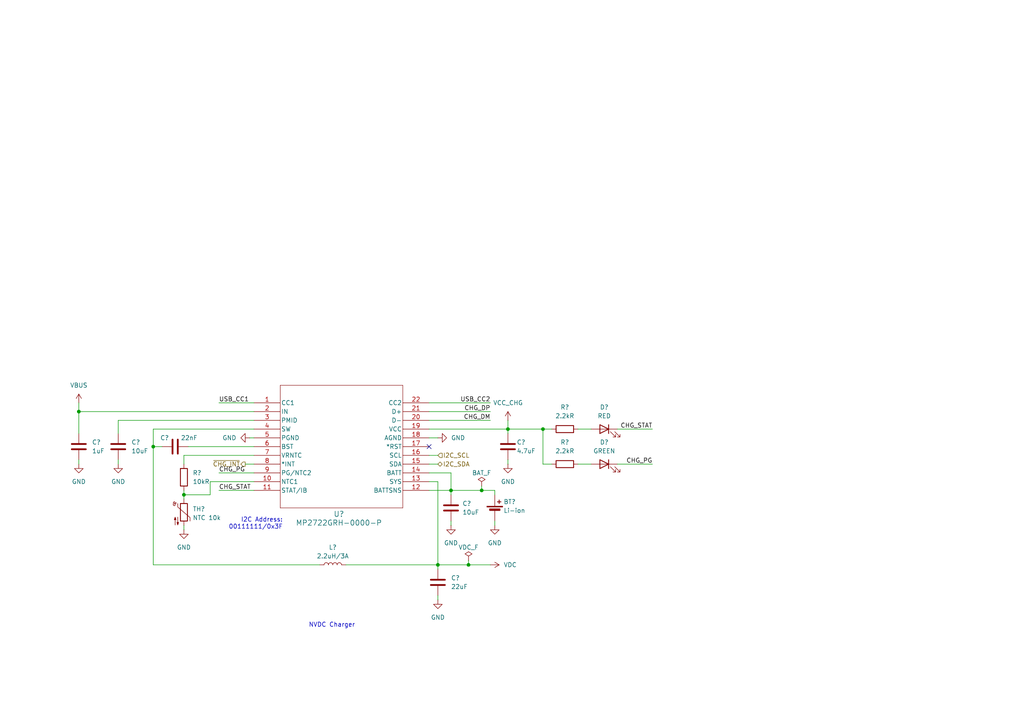
<source format=kicad_sch>
(kicad_sch (version 20250114) (generator "eeschema") (generator_version "9.0")
  (paper "A4")
  (lib_symbols
    (symbol "Device:Battery_Cell" (pin_numbers (hide yes)) (pin_names (offset 0) (hide yes))
      (property "Reference" "BT" (at 2.54 2.54 0))
      (property "Value" "Battery_Cell" (at 2.54 0 0))
      (symbol "Battery_Cell_0_1"
        (rectangle (start -2.286 1.778) (end 2.286 1.524) (fill (type outline)))
        (rectangle (start -1.524 1.016) (end 1.524 0.508) (fill (type outline)))
        (polyline (pts (xy 0 1.778) (xy 0 2.54)))
        (polyline (pts (xy 0 0.762) (xy 0 0)))
        (polyline (pts (xy 0.762 3.048) (xy 1.778 3.048)) (stroke (width 0.254)))
        (polyline (pts (xy 1.27 3.556) (xy 1.27 2.54)) (stroke (width 0.254)))
      )
      (symbol "Battery_Cell_1_1"
        (pin passive line (at 0 5.08 270) (length 2.54) (name "+") (number "1"))
        (pin passive line (at 0 -2.54 90) (length 2.54) (name "-") (number "2"))
      )
    )
    (symbol "Device:C" (pin_numbers (hide yes)) (pin_names (offset 0.254))
      (property "Reference" "C" (at 0.635 2.54 0))
      (property "Value" "C" (at 0.635 -2.54 0))
      (symbol "C_0_1"
        (polyline (pts (xy -2.032 0.762) (xy 2.032 0.762)) (stroke (width 0.508)))
        (polyline (pts (xy -2.032 -0.762) (xy 2.032 -0.762)) (stroke (width 0.508)))
      )
      (symbol "C_1_1"
        (pin passive line (at 0 3.81 270) (length 2.794) (name "~") (number "1"))
        (pin passive line (at 0 -3.81 90) (length 2.794) (name "~") (number "2"))
      )
    )
    (symbol "Device:L" (pin_numbers (hide yes)) (pin_names (offset 1.016) (hide yes))
      (property "Reference" "L" (at -1.27 0 90))
      (property "Value" "L" (at 1.905 0 90))
      (symbol "L_0_1"
        (arc (start 0 2.54) (mid 0.6323 1.905) (end 0 1.27))
        (arc (start 0 1.27) (mid 0.6323 0.635) (end 0 0))
        (arc (start 0 0) (mid 0.6323 -0.635) (end 0 -1.27))
        (arc (start 0 -1.27) (mid 0.6323 -1.905) (end 0 -2.54))
      )
      (symbol "L_1_1"
        (pin passive line (at 0 3.81 270) (length 1.27) (name "1") (number "1"))
        (pin passive line (at 0 -3.81 90) (length 1.27) (name "2") (number "2"))
      )
    )
    (symbol "Device:LED" (pin_numbers (hide yes)) (pin_names (offset 1.016) (hide yes))
      (property "Reference" "D" (at 0 2.54 0))
      (property "Value" "LED" (at 0 -2.54 0))
      (symbol "LED_0_1"
        (polyline (pts (xy -3.048 -0.762) (xy -4.572 -2.286) (xy -3.81 -2.286) (xy -4.572 -2.286) (xy -4.572 -1.524)))
        (polyline (pts (xy -1.778 -0.762) (xy -3.302 -2.286) (xy -2.54 -2.286) (xy -3.302 -2.286) (xy -3.302 -1.524)))
        (polyline (pts (xy -1.27 0) (xy 1.27 0)))
        (polyline (pts (xy -1.27 -1.27) (xy -1.27 1.27)) (stroke (width 0.254)))
        (polyline (pts (xy 1.27 -1.27) (xy 1.27 1.27) (xy -1.27 0) (xy 1.27 -1.27)) (stroke (width 0.254)))
      )
      (symbol "LED_1_1"
        (pin passive line (at -3.81 0 0) (length 2.54) (name "K") (number "1"))
        (pin passive line (at 3.81 0 180) (length 2.54) (name "A") (number "2"))
      )
    )
    (symbol "Device:R" (pin_numbers (hide yes)) (pin_names (offset 0))
      (property "Reference" "R" (at 2.032 0 90))
      (property "Value" "R" (at 0 0 90))
      (symbol "R_0_1"
        (rectangle (start -1.016 -2.54) (end 1.016 2.54) (stroke (width 0.254)))
      )
      (symbol "R_1_1"
        (pin passive line (at 0 3.81 270) (length 1.27) (name "~") (number "1"))
        (pin passive line (at 0 -3.81 90) (length 1.27) (name "~") (number "2"))
      )
    )
    (symbol "Device:Thermistor_NTC" (pin_numbers (hide yes)) (pin_names (offset 0))
      (property "Reference" "TH" (at -4.445 0 90))
      (property "Value" "Thermistor_NTC" (at 3.175 0 90))
      (symbol "Thermistor_NTC_0_1"
        (arc (start -3.175 2.413) (mid -3.0506 2.3165) (end -3.048 2.159))
        (arc (start -3.048 2.794) (mid -2.9736 2.9736) (end -2.794 3.048))
        (arc (start -2.794 3.048) (mid -2.6144 2.9736) (end -2.54 2.794))
        (arc (start -2.794 2.54) (mid -2.9736 2.6144) (end -3.048 2.794))
        (arc (start -2.794 1.905) (mid -2.9736 1.9794) (end -3.048 2.159))
        (arc (start -2.54 2.159) (mid -2.6144 1.9794) (end -2.794 1.905))
        (arc (start -2.159 2.794) (mid -2.434 2.5608) (end -2.794 2.54))
        (polyline (pts (xy -2.54 2.159) (xy -2.54 2.794)))
        (polyline (pts (xy -2.54 -3.683) (xy -2.54 -1.397) (xy -2.794 -2.159) (xy -2.286 -2.159) (xy -2.54 -1.397) (xy -2.54 -1.651)) (fill (type outline)))
        (polyline (pts (xy -1.778 2.54) (xy -1.778 1.524) (xy 1.778 -1.524) (xy 1.778 -2.54)))
        (polyline (pts (xy -1.778 -1.397) (xy -1.778 -3.683) (xy -2.032 -2.921) (xy -1.524 -2.921) (xy -1.778 -3.683) (xy -1.778 -3.429)) (fill (type outline)))
        (rectangle (start -1.016 2.54) (end 1.016 -2.54) (stroke (width 0.254)))
      )
      (symbol "Thermistor_NTC_1_1"
        (pin passive line (at 0 3.81 270) (length 1.27) (name "~") (number "1"))
        (pin passive line (at 0 -3.81 90) (length 1.27) (name "~") (number "2"))
      )
    )
    (symbol "LED_1" (pin_numbers (hide yes)) (pin_names (offset 1.016) (hide yes))
      (property "Reference" "D" (at 0 2.54 0))
      (property "Value" "LED" (at 0 -2.54 0))
      (symbol "LED_1_0_1"
        (polyline (pts (xy -3.048 -0.762) (xy -4.572 -2.286) (xy -3.81 -2.286) (xy -4.572 -2.286) (xy -4.572 -1.524)))
        (polyline (pts (xy -1.778 -0.762) (xy -3.302 -2.286) (xy -2.54 -2.286) (xy -3.302 -2.286) (xy -3.302 -1.524)))
        (polyline (pts (xy -1.27 0) (xy 1.27 0)))
        (polyline (pts (xy -1.27 -1.27) (xy -1.27 1.27)) (stroke (width 0.254)))
        (polyline (pts (xy 1.27 -1.27) (xy 1.27 1.27) (xy -1.27 0) (xy 1.27 -1.27)) (stroke (width 0.254)))
      )
      (symbol "LED_1_1_1"
        (pin passive line (at -3.81 0 0) (length 2.54) (name "K") (number "1"))
        (pin passive line (at 3.81 0 180) (length 2.54) (name "A") (number "2"))
      )
    )
    (symbol "MP2722GRH-0000-Z:MP2722GRH-0000-P" (pin_names (offset 0.254))
      (property "Reference" "U" (at 25.4 10.16 0))
      (property "Value" "MP2722GRH-0000-P" (at 25.4 7.62 0))
      (symbol "MP2722GRH-0000-P_0_1"
        (polyline (pts (xy 7.62 5.08) (xy 7.62 -30.48)) (stroke (width 0.127)))
        (polyline (pts (xy 7.62 -30.48) (xy 43.18 -30.48)) (stroke (width 0.127)))
        (polyline (pts (xy 43.18 5.08) (xy 7.62 5.08)) (stroke (width 0.127)))
        (polyline (pts (xy 43.18 -30.48) (xy 43.18 5.08)) (stroke (width 0.127)))
        (pin bidirectional line (at 0 0 0) (length 7.62) (name "CC1") (number "1"))
        (pin power_in line (at 0 -2.54 0) (length 7.62) (name "IN") (number "2"))
        (pin unspecified line (at 0 -5.08 0) (length 7.62) (name "PMID") (number "3"))
        (pin unspecified line (at 0 -7.62 0) (length 7.62) (name "SW") (number "4"))
        (pin power_in line (at 0 -10.16 0) (length 7.62) (name "PGND") (number "5"))
        (pin output line (at 0 -15.24 0) (length 7.62) (name "VRNTC") (number "7"))
        (pin output line (at 0 -17.78 0) (length 7.62) (name "*INT") (number "8"))
        (pin bidirectional line (at 0 -20.32 0) (length 7.62) (name "PG/NTC2") (number "9"))
        (pin input line (at 0 -22.86 0) (length 7.62) (name "NTC1") (number "10"))
        (pin output line (at 0 -25.4 0) (length 7.62) (name "STAT/IB") (number "11"))
        (pin bidirectional line (at 50.8 0 180) (length 7.62) (name "CC2") (number "22"))
        (pin bidirectional line (at 50.8 -2.54 180) (length 7.62) (name "D+") (number "21"))
        (pin bidirectional line (at 50.8 -5.08 180) (length 7.62) (name "D-") (number "20"))
        (pin power_in line (at 50.8 -10.16 180) (length 7.62) (name "AGND") (number "18"))
        (pin input line (at 50.8 -12.7 180) (length 7.62) (name "*RST") (number "17"))
        (pin input line (at 50.8 -15.24 180) (length 7.62) (name "SCL") (number "16"))
        (pin bidirectional line (at 50.8 -17.78 180) (length 7.62) (name "SDA") (number "15"))
        (pin power_in line (at 50.8 -20.32 180) (length 7.62) (name "BATT") (number "14"))
        (pin power_in line (at 50.8 -22.86 180) (length 7.62) (name "SYS") (number "13"))
        (pin input line (at 50.8 -25.4 180) (length 7.62) (name "BATTSNS") (number "12"))
      )
      (symbol "MP2722GRH-0000-P_1_1"
        (pin passive line (at 0 -12.7 0) (length 7.62) (name "BST") (number "6"))
        (pin power_out line (at 50.8 -7.62 180) (length 7.62) (name "VCC") (number "19"))
      )
    )
    (symbol "power:GND" (power) (pin_numbers (hide yes)) (pin_names (offset 0) (hide yes))
      (property "Value" "GND" (at 0 -3.81 0))
      (symbol "GND_0_1"
        (polyline (pts (xy 0 0) (xy 0 -1.27) (xy 1.27 -1.27) (xy 0 -2.54) (xy -1.27 -1.27) (xy 0 -1.27)))
      )
      (symbol "GND_1_1"
        (pin power_in line (at 0 0 270) (length 0) (name "~") (number "1"))
      )
    )
    (symbol "power:PWR_FLAG" (power) (pin_numbers (hide yes)) (pin_names (offset 0) (hide yes))
      (property "Value" "PWR_FLAG" (at 0 3.81 0))
      (symbol "PWR_FLAG_0_0"
        (pin power_out line (at 0 0 90) (length 0) (name "~") (number "1"))
      )
      (symbol "PWR_FLAG_0_1"
        (polyline (pts (xy 0 0) (xy 0 1.27) (xy -1.016 1.905) (xy 0 2.54) (xy 1.016 1.905) (xy 0 1.27)))
      )
    )
    (symbol "power:VBUS" (power) (pin_numbers (hide yes)) (pin_names (offset 0) (hide yes))
      (property "Value" "VBUS" (at 0 3.556 0))
      (symbol "VBUS_0_1"
        (polyline (pts (xy -0.762 1.27) (xy 0 2.54)))
        (polyline (pts (xy 0 2.54) (xy 0.762 1.27)))
        (polyline (pts (xy 0 0) (xy 0 2.54)))
      )
      (symbol "VBUS_1_1"
        (pin power_in line (at 0 0 90) (length 0) (name "~") (number "1"))
      )
    )
    (symbol "power:VDC" (power) (pin_numbers (hide yes)) (pin_names (offset 0) (hide yes))
      (property "Value" "VDC" (at 0 3.556 0))
      (symbol "VDC_0_1"
        (polyline (pts (xy -0.762 1.27) (xy 0 2.54)))
        (polyline (pts (xy 0 2.54) (xy 0.762 1.27)))
        (polyline (pts (xy 0 0) (xy 0 2.54)))
      )
      (symbol "VDC_1_1"
        (pin power_in line (at 0 0 90) (length 0) (name "~") (number "1"))
      )
    )
    (symbol "power:VDD" (power) (pin_numbers (hide yes)) (pin_names (offset 0) (hide yes))
      (property "Value" "VDD" (at 0 3.556 0))
      (symbol "VDD_0_1"
        (polyline (pts (xy -0.762 1.27) (xy 0 2.54)))
        (polyline (pts (xy 0 2.54) (xy 0.762 1.27)))
        (polyline (pts (xy 0 0) (xy 0 2.54)))
      )
      (symbol "VDD_1_1"
        (pin power_in line (at 0 0 90) (length 0) (name "~") (number "1"))
      )
    )
  )
  (text "NVDC Charger" (at 96.266 181.356 0) (effects (font (size 1.27 1.27))))
  (text "I2C Address:\n00111111/0x3F" (at 82.042 151.892 0) (effects (font (size 1.27 1.27)) (justify right)))
  (junction (at 127 163.83))
  (junction (at 130.81 142.24))
  (junction (at 53.34 143.51))
  (junction (at 147.32 124.46))
  (junction (at 139.7 142.24))
  (junction (at 157.48 124.46))
  (junction (at 22.86 119.38))
  (junction (at 135.89 163.83))
  (junction (at 44.45 129.54))
  (no_connect (at 124.46 129.54))
  (wire (pts (xy 179.07 134.62) (xy 189.23 134.62)))
  (wire (pts (xy 46.99 129.54) (xy 44.45 129.54)))
  (wire (pts (xy 92.71 163.83) (xy 44.45 163.83)))
  (wire (pts (xy 63.5 142.24) (xy 73.66 142.24)))
  (wire (pts (xy 147.32 124.46) (xy 157.48 124.46)))
  (wire (pts (xy 44.45 129.54) (xy 44.45 124.46)))
  (wire (pts (xy 157.48 134.62) (xy 157.48 124.46)))
  (wire (pts (xy 60.96 143.51) (xy 53.34 143.51)))
  (wire (pts (xy 53.34 152.4) (xy 53.34 153.67)))
  (wire (pts (xy 22.86 133.35) (xy 22.86 134.62)))
  (wire (pts (xy 124.46 137.16) (xy 130.81 137.16)))
  (wire (pts (xy 73.66 139.7) (xy 60.96 139.7)))
  (wire (pts (xy 147.32 124.46) (xy 147.32 125.73)))
  (wire (pts (xy 130.81 151.13) (xy 130.81 152.4)))
  (wire (pts (xy 139.7 142.24) (xy 130.81 142.24)))
  (wire (pts (xy 73.66 116.84) (xy 63.5 116.84)))
  (wire (pts (xy 60.96 139.7) (xy 60.96 143.51)))
  (wire (pts (xy 22.86 125.73) (xy 22.86 119.38)))
  (wire (pts (xy 124.46 132.08) (xy 127 132.08)))
  (wire (pts (xy 63.5 137.16) (xy 73.66 137.16)))
  (wire (pts (xy 157.48 124.46) (xy 160.02 124.46)))
  (wire (pts (xy 143.51 142.24) (xy 139.7 142.24)))
  (wire (pts (xy 135.89 162.56) (xy 135.89 163.83)))
  (wire (pts (xy 147.32 133.35) (xy 147.32 134.62)))
  (wire (pts (xy 34.29 133.35) (xy 34.29 134.62)))
  (wire (pts (xy 44.45 124.46) (xy 73.66 124.46)))
  (wire (pts (xy 135.89 163.83) (xy 142.24 163.83)))
  (wire (pts (xy 34.29 125.73) (xy 34.29 121.92)))
  (wire (pts (xy 54.61 129.54) (xy 73.66 129.54)))
  (wire (pts (xy 127 172.72) (xy 127 173.99)))
  (wire (pts (xy 124.46 142.24) (xy 130.81 142.24)))
  (wire (pts (xy 34.29 121.92) (xy 73.66 121.92)))
  (wire (pts (xy 124.46 127) (xy 127 127)))
  (wire (pts (xy 139.7 140.97) (xy 139.7 142.24)))
  (wire (pts (xy 22.86 116.84) (xy 22.86 119.38)))
  (wire (pts (xy 44.45 163.83) (xy 44.45 129.54)))
  (wire (pts (xy 143.51 151.13) (xy 143.51 152.4)))
  (wire (pts (xy 53.34 134.62) (xy 53.34 132.08)))
  (wire (pts (xy 127 163.83) (xy 127 139.7)))
  (wire (pts (xy 71.12 134.62) (xy 73.66 134.62)))
  (wire (pts (xy 160.02 134.62) (xy 157.48 134.62)))
  (wire (pts (xy 124.46 124.46) (xy 147.32 124.46)))
  (wire (pts (xy 53.34 143.51) (xy 53.34 144.78)))
  (wire (pts (xy 124.46 134.62) (xy 127 134.62)))
  (wire (pts (xy 127 139.7) (xy 124.46 139.7)))
  (wire (pts (xy 53.34 132.08) (xy 73.66 132.08)))
  (wire (pts (xy 124.46 116.84) (xy 142.24 116.84)))
  (wire (pts (xy 130.81 137.16) (xy 130.81 142.24)))
  (wire (pts (xy 147.32 121.92) (xy 147.32 124.46)))
  (wire (pts (xy 124.46 119.38) (xy 142.24 119.38)))
  (wire (pts (xy 124.46 121.92) (xy 142.24 121.92)))
  (wire (pts (xy 72.39 127) (xy 73.66 127)))
  (wire (pts (xy 100.33 163.83) (xy 127 163.83)))
  (wire (pts (xy 167.64 134.62) (xy 171.45 134.62)))
  (wire (pts (xy 130.81 142.24) (xy 130.81 143.51)))
  (wire (pts (xy 143.51 143.51) (xy 143.51 142.24)))
  (wire (pts (xy 179.07 124.46) (xy 189.23 124.46)))
  (wire (pts (xy 127 163.83) (xy 127 165.1)))
  (wire (pts (xy 22.86 119.38) (xy 73.66 119.38)))
  (wire (pts (xy 135.89 163.83) (xy 127 163.83)))
  (wire (pts (xy 167.64 124.46) (xy 171.45 124.46)))
  (wire (pts (xy 53.34 142.24) (xy 53.34 143.51)))
  (label "CHG_DM" (at 142.24 121.92 180))
  (label "CHG_PG" (at 189.23 134.62 180))
  (label "CHG_STAT" (at 189.23 124.46 180))
  (label "USB_CC2" (at 142.24 116.84 180))
  (label "USB_CC1" (at 63.5 116.84 0))
  (label "CHG_DP" (at 142.24 119.38 180))
  (label "CHG_PG" (at 63.5 137.16 0))
  (label "CHG_STAT" (at 63.5 142.24 0))
  (hierarchical_label "I2C_SDA" (shape bidirectional) (at 127 134.62 0))
  (hierarchical_label "~{CHG_INT}" (shape output) (at 71.12 134.62 180))
  (hierarchical_label "I2C_SCL" (shape input) (at 127 132.08 0))
  (symbol (lib_id "power:GND") (at 127 173.99 0) (unit 1)
    (property "Reference" "#PWR?" (effects (hide yes)))
    (property "Value" "GND" (at 127 179.07 0))
    (property "Description" "Power symbol creates a global label with name \"GND\" , ground" (effects (hide yes)))
    (instances (project "MizukiH743" (path "" (reference "#PWR?") (unit 1))) (project "MizukiH743" (path "" (reference "#PWR0176") (unit 1))))
  )
  (symbol (lib_id "Device:LED") (at 175.26 134.62 0) (mirror y) (unit 1)
    (property "Reference" "D?" (at 175.26 128.27 0))
    (property "Value" "GREEN" (at 175.26 130.81 0))
    (property "Footprint" "LED_SMD:LED_0603_1608Metric" (effects (hide yes)))
    (property "Description" "Light emitting diode" (effects (hide yes)))
    (property "Sim.Pins" "1=K 2=A" (effects (hide yes)))
    (instances (project "MizukiH743" (path "" (reference "D?") (unit 1))) (project "MizukiH743" (path "" (reference "D2") (unit 1))))
  )
  (symbol (lib_id "power:VBUS") (at 22.86 116.84 0) (unit 1)
    (property "Reference" "#PWR?" (effects (hide yes)))
    (property "Value" "VBUS" (at 22.86 111.76 0))
    (property "Description" "Power symbol creates a global label with name \"VBUS\"" (effects (hide yes)))
    (instances (project "MizukiH743" (path "" (reference "#PWR?") (unit 1))) (project "MizukiH743" (path "" (reference "#PWR0158") (unit 1))))
  )
  (symbol (lib_id "Device:Thermistor_NTC") (at 53.34 148.59 0) (unit 1)
    (property "Reference" "TH?" (at 55.88 147.6374 0) (effects (justify left)))
    (property "Value" "NTC 10k" (at 55.88 150.1774 0) (effects (justify left)))
    (property "Footprint" "Resistor_THT:R_Axial_DIN0204_L3.6mm_D1.6mm_P1.90mm_Vertical" (effects (hide yes)))
    (property "Description" "Temperature dependent resistor, negative temperature coefficient" (effects (hide yes)))
    (property "Fetched" "4" (effects (hide yes)))
    (property "Part No." "MF52A103F3950" (effects (hide yes)))
    (property "Vendor" "Shiheng" (effects (hide yes)))
    (instances (project "MizukiH743" (path "" (reference "TH?") (unit 1))) (project "MizukiH743" (path "" (reference "TH1") (unit 1))))
  )
  (symbol (lib_id "Device:Battery_Cell") (at 143.51 148.59 0) (unit 1)
    (property "Reference" "BT?" (at 146.05 145.542 0) (effects (justify left)))
    (property "Value" "Li-ion" (at 146.05 148.082 0) (effects (justify left)))
    (property "Footprint" "B2B-XH-A_LF_SN:SHDR2W64P0X250_1X2_740X575X700P" (effects (hide yes)))
    (property "Description" "Single-cell battery" (effects (hide yes)))
    (property "Part No." "B2B-XH-A(LF)(SN)" (effects (hide yes)))
    (property "Vendor" "JST" (effects (hide yes)))
    (property "Fetched" "29" (effects (hide yes)))
    (instances (project "MizukiH743" (path "" (reference "BT?") (unit 1))) (project "MizukiH743" (path "" (reference "BT1") (unit 1))))
  )
  (symbol (lib_id "Device:C") (at 130.81 147.32 0) (unit 1)
    (property "Reference" "C?" (at 134.112 146.05 0) (effects (justify left)))
    (property "Value" "10uF" (at 134.112 148.59 0) (effects (justify left)))
    (property "Footprint" "Capacitor_SMD:C_0603_1608Metric" (effects (hide yes)))
    (property "Description" "Unpolarized capacitor" (effects (hide yes)))
    (property "Part No." "GRM188R61C106MA73#" (effects (hide yes)))
    (property "Vendor" "muRata" (effects (hide yes)))
    (instances (project "MizukiH743" (path "" (reference "C?") (unit 1))) (project "MizukiH743" (path "" (reference "C93") (unit 1))))
  )
  (symbol (lib_id "Device:C") (at 147.32 129.54 0) (unit 1)
    (property "Reference" "C?" (at 149.86 128.27 0) (effects (justify left)))
    (property "Value" "4.7uF" (at 149.86 130.81 0) (effects (justify left)))
    (property "Footprint" "Capacitor_SMD:C_0603_1608Metric" (effects (hide yes)))
    (property "Description" "Unpolarized capacitor" (effects (hide yes)))
    (instances (project "MizukiH743" (path "" (reference "C?") (unit 1))) (project "MizukiH743" (path "" (reference "C96") (unit 1))))
  )
  (symbol (lib_id "Device:L") (at 96.52 163.83 90) (unit 1)
    (property "Reference" "L?" (at 96.52 158.75 90))
    (property "Value" "2.2uH/3A" (at 96.52 161.29 90))
    (property "Footprint" "Inductor_SMD:L_1210_3225Metric" (effects (hide yes)))
    (property "Description" "Inductor" (effects (hide yes)))
    (property "Part No." "DFE322520F-2R2M#" (effects (hide yes)))
    (property "Vendor" "muRata" (effects (hide yes)))
    (property "Fetched" "20" (effects (hide yes)))
    (instances (project "MizukiH743" (path "" (reference "L?") (unit 1))) (project "MizukiH743" (path "" (reference "L2") (unit 1))))
  )
  (symbol (lib_id "Device:C") (at 22.86 129.54 0) (unit 1)
    (property "Reference" "C?" (at 26.67 128.2699 0) (effects (justify left)))
    (property "Value" "1uF" (at 26.67 130.8099 0) (effects (justify left)))
    (property "Footprint" "Capacitor_SMD:C_0603_1608Metric" (effects (hide yes)))
    (property "Description" "Unpolarized capacitor" (effects (hide yes)))
    (instances (project "MizukiH743" (path "" (reference "C?") (unit 1))) (project "MizukiH743" (path "" (reference "C85") (unit 1))))
  )
  (symbol (lib_id "Device:R") (at 53.34 138.43 0) (unit 1)
    (property "Reference" "R?" (at 55.88 137.1599 0) (effects (justify left)))
    (property "Value" "10kR" (at 55.88 139.6999 0) (effects (justify left)))
    (property "Footprint" "Resistor_SMD:R_0603_1608Metric" (effects (hide yes)))
    (property "Description" "Resistor" (effects (hide yes)))
    (instances (project "MizukiH743" (path "" (reference "R?") (unit 1))) (project "MizukiH743" (path "" (reference "R42") (unit 1))))
  )
  (symbol (lib_id "Device:C") (at 34.29 129.54 0) (unit 1)
    (property "Reference" "C?" (at 38.1 128.2699 0) (effects (justify left)))
    (property "Value" "10uF" (at 38.1 130.8099 0) (effects (justify left)))
    (property "Footprint" "Capacitor_SMD:C_0603_1608Metric" (effects (hide yes)))
    (property "Description" "Unpolarized capacitor" (effects (hide yes)))
    (property "Part No." "GRM188R61C106MA73#" (effects (hide yes)))
    (property "Vendor" "muRata" (effects (hide yes)))
    (instances (project "MizukiH743" (path "" (reference "C?") (unit 1))) (project "MizukiH743" (path "" (reference "C87") (unit 1))))
  )
  (symbol (lib_id "Device:R") (at 163.83 124.46 90) (unit 1)
    (property "Reference" "R?" (at 163.83 118.11 90))
    (property "Value" "2.2kR" (at 163.83 120.65 90))
    (property "Footprint" "Resistor_SMD:R_0603_1608Metric" (effects (hide yes)))
    (property "Description" "Resistor" (effects (hide yes)))
    (instances (project "MizukiH743" (path "" (reference "R?") (unit 1))) (project "MizukiH743" (path "" (reference "R45") (unit 1))))
  )
  (symbol (lib_id "power:GND") (at 72.39 127 270) (unit 1)
    (property "Reference" "#PWR?" (effects (hide yes)))
    (property "Value" "GND" (at 68.58 126.9999 90) (effects (justify right)))
    (property "Description" "Power symbol creates a global label with name \"GND\" , ground" (effects (hide yes)))
    (instances (project "MizukiH743" (path "" (reference "#PWR?") (unit 1))) (project "MizukiH743" (path "" (reference "#PWR0168") (unit 1))))
  )
  (symbol (lib_id "power:GND") (at 127 127 90) (mirror x) (unit 1)
    (property "Reference" "#PWR?" (effects (hide yes)))
    (property "Value" "GND" (at 130.81 126.9999 90) (effects (justify right)))
    (property "Description" "Power symbol creates a global label with name \"GND\" , ground" (effects (hide yes)))
    (instances (project "MizukiH743" (path "" (reference "#PWR?") (unit 1))) (project "MizukiH743" (path "" (reference "#PWR0175") (unit 1))))
  )
  (symbol (lib_id "power:GND") (at 53.34 153.67 0) (unit 1)
    (property "Reference" "#PWR?" (effects (hide yes)))
    (property "Value" "GND" (at 53.34 158.75 0))
    (property "Description" "Power symbol creates a global label with name \"GND\" , ground" (effects (hide yes)))
    (instances (project "MizukiH743" (path "" (reference "#PWR?") (unit 1))) (project "MizukiH743" (path "" (reference "#PWR0164") (unit 1))))
  )
  (symbol (lib_id "power:GND") (at 22.86 134.62 0) (unit 1)
    (property "Reference" "#PWR?" (effects (hide yes)))
    (property "Value" "GND" (at 22.86 139.7 0))
    (property "Description" "Power symbol creates a global label with name \"GND\" , ground" (effects (hide yes)))
    (instances (project "MizukiH743" (path "" (reference "#PWR?") (unit 1))) (project "MizukiH743" (path "" (reference "#PWR0159") (unit 1))))
  )
  (symbol (lib_id "power:GND") (at 34.29 134.62 0) (unit 1)
    (property "Reference" "#PWR?" (effects (hide yes)))
    (property "Value" "GND" (at 34.29 139.7 0))
    (property "Description" "Power symbol creates a global label with name \"GND\" , ground" (effects (hide yes)))
    (instances (project "MizukiH743" (path "" (reference "#PWR?") (unit 1))) (project "MizukiH743" (path "" (reference "#PWR0162") (unit 1))))
  )
  (symbol (lib_id "power:PWR_FLAG") (at 135.89 162.56 0) (unit 1)
    (property "Reference" "#FLG04" (effects (hide yes)))
    (property "Value" "VDC_F" (at 135.89 158.75 0))
    (property "Description" "Special symbol for telling ERC where power comes from" (effects (hide yes)))
  )
  (symbol (lib_id "power:GND") (at 147.32 134.62 0) (unit 1)
    (property "Reference" "#PWR?" (effects (hide yes)))
    (property "Value" "GND" (at 147.32 139.7 0))
    (property "Description" "Power symbol creates a global label with name \"GND\" , ground" (effects (hide yes)))
    (instances (project "MizukiH743" (path "" (reference "#PWR?") (unit 1))) (project "MizukiH743" (path "" (reference "#PWR0181") (unit 1))))
  )
  (symbol (lib_id "power:PWR_FLAG") (at 139.7 140.97 0) (unit 1)
    (property "Reference" "#FLG05" (effects (hide yes)))
    (property "Value" "BAT_F" (at 139.7 137.16 0))
    (property "Description" "Special symbol for telling ERC where power comes from" (effects (hide yes)))
  )
  (symbol (lib_id "power:GND") (at 143.51 152.4 0) (unit 1)
    (property "Reference" "#PWR?" (effects (hide yes)))
    (property "Value" "GND" (at 143.51 157.48 0))
    (property "Description" "Power symbol creates a global label with name \"GND\" , ground" (effects (hide yes)))
    (instances (project "MizukiH743" (path "" (reference "#PWR?") (unit 1))) (project "MizukiH743" (path "" (reference "#PWR0180") (unit 1))))
  )
  (symbol (lib_id "Device:R") (at 163.83 134.62 90) (unit 1)
    (property "Reference" "R?" (at 163.83 128.27 90))
    (property "Value" "2.2kR" (at 163.83 130.81 90))
    (property "Footprint" "Resistor_SMD:R_0603_1608Metric" (effects (hide yes)))
    (property "Description" "Resistor" (effects (hide yes)))
    (instances (project "MizukiH743" (path "" (reference "R?") (unit 1))) (project "MizukiH743" (path "" (reference "R46") (unit 1))))
  )
  (symbol (lib_id "MP2722GRH-0000-Z:MP2722GRH-0000-P") (at 73.66 116.84 0) (unit 1)
    (property "Reference" "U?" (at 98.298 149.098 0) (effects (font (size 1.524 1.524))))
    (property "Value" "MP2722GRH-0000-P" (at 98.298 151.638 0) (effects (font (size 1.524 1.524))))
    (property "Footprint" "MP2722GRH-0000-Z:QFN-22_MP2722_MNP" (effects (hide yes)))
    (property "Datasheet" "MP2722GRH-0000-P" (effects (hide yes)))
    (property "Part No." "MP2722GRH-0000-P" (effects (hide yes)))
    (property "Vendor" "MPS" (effects (hide yes)))
    (property "Fetched" "4" (effects (hide yes)))
    (instances (project "MizukiH743" (path "" (reference "U?") (unit 1))) (project "MizukiH743" (path "" (reference "U13") (unit 1))))
  )
  (symbol (lib_name "LED_1") (lib_id "Device:LED") (at 175.26 124.46 0) (mirror y) (unit 1)
    (property "Reference" "D?" (at 175.26 118.11 0))
    (property "Value" "RED" (at 175.26 120.65 0))
    (property "Footprint" "LED_SMD:LED_0603_1608Metric" (effects (hide yes)))
    (property "Description" "Light emitting diode" (effects (hide yes)))
    (property "Sim.Pins" "1=K 2=A" (effects (hide yes)))
    (instances (project "MizukiH743" (path "" (reference "D?") (unit 1))) (project "MizukiH743" (path "" (reference "D1") (unit 1))))
  )
  (symbol (lib_id "power:VDC") (at 142.24 163.83 270) (unit 1)
    (property "Reference" "#PWR?" (effects (hide yes)))
    (property "Value" "VDC" (at 146.05 163.8299 90) (effects (justify left)))
    (property "Description" "Power symbol creates a global label with name \"VDC\"" (effects (hide yes)))
    (instances (project "MizukiH743" (path "" (reference "#PWR?") (unit 1))) (project "MizukiH743" (path "" (reference "#PWR0179") (unit 1))))
  )
  (symbol (lib_id "power:VDD") (at 147.32 121.92 0) (unit 1)
    (property "Reference" "#PWR0191" (effects (hide yes)))
    (property "Value" "VCC_CHG" (at 143.002 116.84 0) (effects (justify left)))
    (property "Description" "Power symbol creates a global label with name \"VDD\"" (effects (hide yes)))
  )
  (symbol (lib_id "power:GND") (at 130.81 152.4 0) (unit 1)
    (property "Reference" "#PWR?" (effects (hide yes)))
    (property "Value" "GND" (at 130.81 157.48 0))
    (property "Description" "Power symbol creates a global label with name \"GND\" , ground" (effects (hide yes)))
    (instances (project "MizukiH743" (path "" (reference "#PWR?") (unit 1))) (project "MizukiH743" (path "" (reference "#PWR0177") (unit 1))))
  )
  (symbol (lib_id "Device:C") (at 50.8 129.54 90) (unit 1)
    (property "Reference" "C?" (at 47.752 127 90))
    (property "Value" "22nF" (at 54.864 127 90))
    (property "Footprint" "Capacitor_SMD:C_0603_1608Metric" (effects (hide yes)))
    (property "Description" "Unpolarized capacitor" (effects (hide yes)))
    (instances (project "MizukiH743" (path "" (reference "C?") (unit 1))) (project "MizukiH743" (path "" (reference "C88") (unit 1))))
  )
  (symbol (lib_id "Device:C") (at 127 168.91 0) (unit 1)
    (property "Reference" "C?" (at 130.81 167.6399 0) (effects (justify left)))
    (property "Value" "22uF" (at 130.81 170.1799 0) (effects (justify left)))
    (property "Footprint" "Capacitor_SMD:C_1206_3216Metric" (effects (hide yes)))
    (property "Description" "Unpolarized capacitor" (effects (hide yes)))
    (property "Part No." "GRM31CR71A226KE15#" (effects (hide yes)))
    (property "Vendor" "muRata" (effects (hide yes)))
    (property "Fetched" "20" (effects (hide yes)))
    (instances (project "MizukiH743" (path "" (reference "C?") (unit 1))) (project "MizukiH743" (path "" (reference "C92") (unit 1))))
  )
)
</source>
